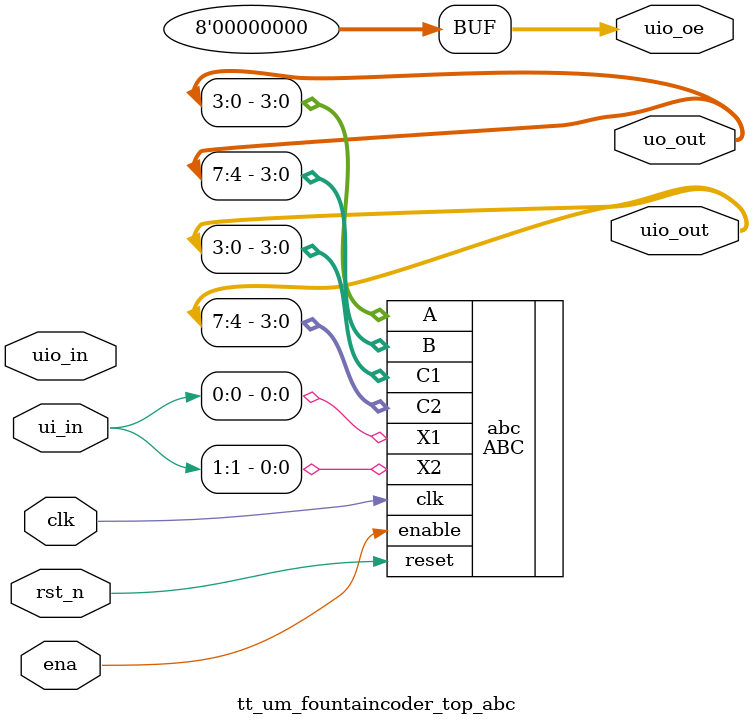
<source format=v>
/*
 * Copyright (c) 2024 Jonny Edwards
 * SPDX-License-Identifier: Apache-2.0
 */

module tt_um_fountaincoder_top_abc (
    input  wire       clk,      // clock
    input  wire       ena,      // will go high when the design is enabled
    input  wire [7:0] ui_in,    // Dedicated inputs
    output wire [7:0] uo_out,   // Dedicated outputs
    input  wire [7:0] uio_in,   // IOs: Input path
    output wire [7:0] uio_out,  // IOs: Output path
    output wire [7:0] uio_oe,   // IOs: Enable path (active high: 0=input, 1=output)
    input  wire       rst_n     // reset_n - low to reset
);

// All output pins must be assigned. If not used, assign to 0.
assign uio_oe  = 8'b0;

ABC abc
(
	.clk(clk), 
	.enable(ena),
	.reset(rst_n), 
	.X1(ui_in[0]),
	.X2(ui_in[1]),
	.A(uo_out[3:0]),
	.B(uo_out[7:4]),
	.C1(uio_out[3:0]),
	.C2(uio_out[7:4])
);

endmodule


</source>
